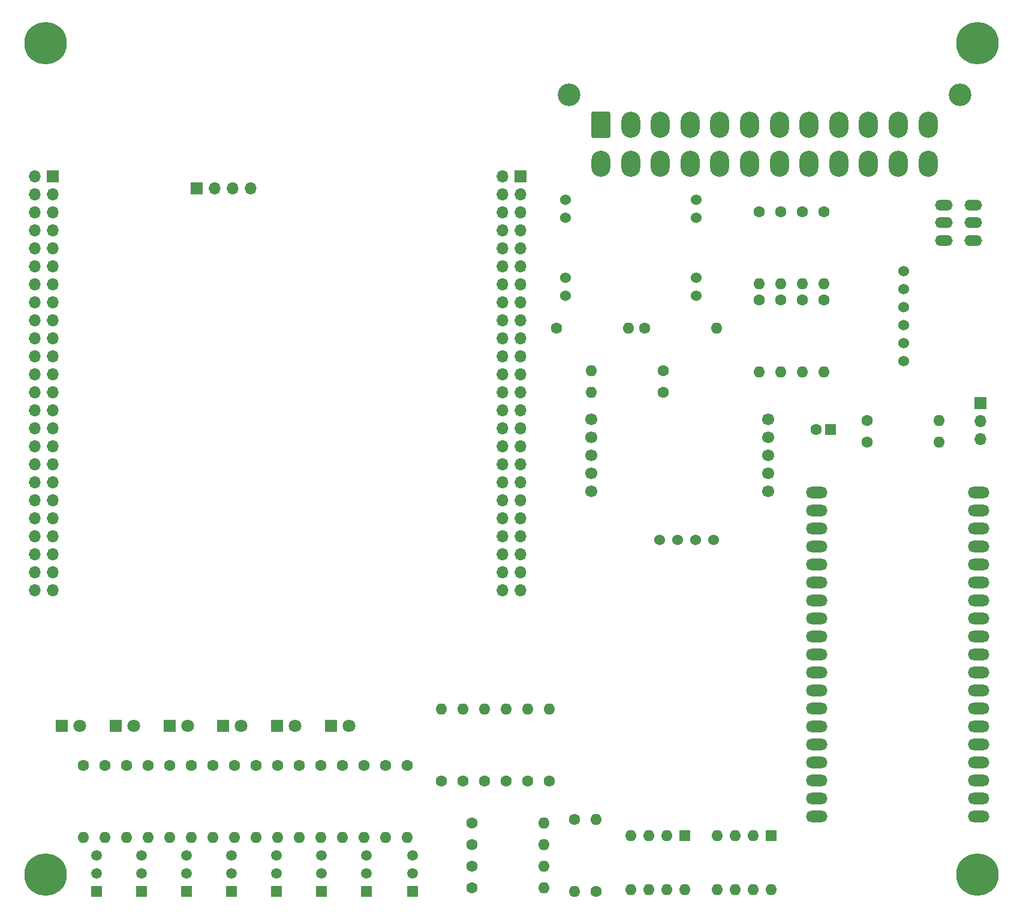
<source format=gbr>
%TF.GenerationSoftware,KiCad,Pcbnew,7.0.9*%
%TF.CreationDate,2024-01-02T14:00:46+09:00*%
%TF.ProjectId,TMA-1,544d412d-312e-46b6-9963-61645f706362,rev?*%
%TF.SameCoordinates,Original*%
%TF.FileFunction,Soldermask,Bot*%
%TF.FilePolarity,Negative*%
%FSLAX46Y46*%
G04 Gerber Fmt 4.6, Leading zero omitted, Abs format (unit mm)*
G04 Created by KiCad (PCBNEW 7.0.9) date 2024-01-02 14:00:46*
%MOMM*%
%LPD*%
G01*
G04 APERTURE LIST*
G04 Aperture macros list*
%AMRoundRect*
0 Rectangle with rounded corners*
0 $1 Rounding radius*
0 $2 $3 $4 $5 $6 $7 $8 $9 X,Y pos of 4 corners*
0 Add a 4 corners polygon primitive as box body*
4,1,4,$2,$3,$4,$5,$6,$7,$8,$9,$2,$3,0*
0 Add four circle primitives for the rounded corners*
1,1,$1+$1,$2,$3*
1,1,$1+$1,$4,$5*
1,1,$1+$1,$6,$7*
1,1,$1+$1,$8,$9*
0 Add four rect primitives between the rounded corners*
20,1,$1+$1,$2,$3,$4,$5,0*
20,1,$1+$1,$4,$5,$6,$7,0*
20,1,$1+$1,$6,$7,$8,$9,0*
20,1,$1+$1,$8,$9,$2,$3,0*%
G04 Aperture macros list end*
%ADD10O,3.048800X1.626400*%
%ADD11C,1.600000*%
%ADD12O,1.600000X1.600000*%
%ADD13R,1.500000X1.500000*%
%ADD14C,1.500000*%
%ADD15R,1.800000X1.800000*%
%ADD16C,1.800000*%
%ADD17C,1.524000*%
%ADD18R,1.600000X1.600000*%
%ADD19O,2.500000X1.500000*%
%ADD20C,6.000000*%
%ADD21C,1.700000*%
%ADD22C,3.200000*%
%ADD23RoundRect,0.250001X-1.099999X-1.599999X1.099999X-1.599999X1.099999X1.599999X-1.099999X1.599999X0*%
%ADD24O,2.700000X3.700000*%
%ADD25O,1.700000X1.700000*%
%ADD26R,1.700000X1.700000*%
G04 APERTURE END LIST*
D10*
%TO.C,U2*%
X210439000Y-144867000D03*
X210439000Y-142327000D03*
X210439000Y-111847000D03*
X187579000Y-144867000D03*
X187579000Y-129627000D03*
X187579000Y-111847000D03*
X187579000Y-109307000D03*
X187579000Y-114387000D03*
X187579000Y-122007000D03*
X187579000Y-99147000D03*
X187579000Y-101687000D03*
X187579000Y-104227000D03*
X210439000Y-106767000D03*
X210439000Y-104227000D03*
X210439000Y-101687000D03*
X210439000Y-114387000D03*
X210439000Y-109307000D03*
X210439000Y-116927000D03*
X187579000Y-106767000D03*
X187579000Y-116927000D03*
X187579000Y-119467000D03*
X187579000Y-124547000D03*
X187579000Y-127087000D03*
X187579000Y-132167000D03*
X187579000Y-139787000D03*
X187579000Y-142327000D03*
X210439000Y-124547000D03*
X210439000Y-122007000D03*
X210439000Y-119467000D03*
X210439000Y-129627000D03*
X210439000Y-127087000D03*
X210439000Y-134707000D03*
X210439000Y-132167000D03*
X210439000Y-139787000D03*
X210439000Y-137247000D03*
X187579000Y-134707000D03*
X187579000Y-137247000D03*
X210439000Y-99147000D03*
%TD*%
D11*
%TO.C,R6*%
X149860000Y-139827000D03*
D12*
X149860000Y-129667000D03*
%TD*%
D13*
%TO.C,Q5*%
X111306000Y-155448000D03*
D14*
X111306000Y-152908000D03*
X111306000Y-150368000D03*
%TD*%
D11*
%TO.C,R3*%
X140716000Y-139827000D03*
D12*
X140716000Y-129667000D03*
%TD*%
D11*
%TO.C,R4*%
X143764000Y-139827000D03*
D12*
X143764000Y-129667000D03*
%TD*%
D11*
%TO.C,R18*%
X117602000Y-137668000D03*
D12*
X117602000Y-147828000D03*
%TD*%
D15*
%TO.C,D4*%
X103826000Y-132080000D03*
D16*
X106366000Y-132080000D03*
%TD*%
D11*
%TO.C,R38*%
X138938000Y-154940000D03*
D12*
X149098000Y-154940000D03*
%TD*%
D11*
%TO.C,R19*%
X120650000Y-137668000D03*
D12*
X120650000Y-147828000D03*
%TD*%
D11*
%TO.C,R8*%
X87122000Y-137668000D03*
D12*
X87122000Y-147828000D03*
%TD*%
D11*
%TO.C,R42*%
X194691000Y-92035000D03*
D12*
X204851000Y-92035000D03*
%TD*%
D11*
%TO.C,R31*%
X188671200Y-59537600D03*
D12*
X188671200Y-69697600D03*
%TD*%
D11*
%TO.C,R32*%
X188671200Y-71983600D03*
D12*
X188671200Y-82143600D03*
%TD*%
D15*
%TO.C,D5*%
X111426000Y-132080000D03*
D16*
X113966000Y-132080000D03*
%TD*%
D11*
%TO.C,R37*%
X138938000Y-151892000D03*
D12*
X149098000Y-151892000D03*
%TD*%
D15*
%TO.C,D3*%
X96226000Y-132080000D03*
D16*
X98766000Y-132080000D03*
%TD*%
D11*
%TO.C,R17*%
X114554000Y-137668000D03*
D12*
X114554000Y-147828000D03*
%TD*%
D17*
%TO.C,U7*%
X165450000Y-105867000D03*
X167990000Y-105867000D03*
X170530000Y-105867000D03*
X173070000Y-105867000D03*
%TD*%
D11*
%TO.C,R29*%
X185623200Y-59537600D03*
D12*
X185623200Y-69697600D03*
%TD*%
D11*
%TO.C,R35*%
X153416000Y-145288000D03*
D12*
X153416000Y-155448000D03*
%TD*%
D11*
%TO.C,R9*%
X90170000Y-137668000D03*
D12*
X90170000Y-147828000D03*
%TD*%
D13*
%TO.C,Q6*%
X117656000Y-155448000D03*
D14*
X117656000Y-152908000D03*
X117656000Y-150368000D03*
%TD*%
D13*
%TO.C,Q7*%
X124058000Y-155448000D03*
D14*
X124058000Y-152908000D03*
X124058000Y-150368000D03*
%TD*%
D18*
%TO.C,U5*%
X181219000Y-147584000D03*
D12*
X178679000Y-147584000D03*
X176139000Y-147584000D03*
X173599000Y-147584000D03*
X173599000Y-155204000D03*
X176139000Y-155204000D03*
X178679000Y-155204000D03*
X181219000Y-155204000D03*
%TD*%
D11*
%TO.C,R27*%
X182575200Y-59537600D03*
D12*
X182575200Y-69697600D03*
%TD*%
D11*
%TO.C,R41*%
X194691000Y-88987000D03*
D12*
X204851000Y-88987000D03*
%TD*%
D19*
%TO.C,SW1*%
X205577000Y-63547000D03*
X205577000Y-58547000D03*
X205577000Y-61047000D03*
X209677000Y-63547000D03*
X209677000Y-58547000D03*
X209677000Y-61047000D03*
%TD*%
D11*
%TO.C,R14*%
X105410000Y-137668000D03*
D12*
X105410000Y-147828000D03*
%TD*%
D20*
%TO.C,REF\u002A\u002A*%
X78740000Y-35687000D03*
%TD*%
%TO.C,REF\u002A\u002A*%
X210312000Y-35687000D03*
%TD*%
D11*
%TO.C,R15*%
X108458000Y-137668000D03*
D12*
X108458000Y-147828000D03*
%TD*%
D11*
%TO.C,R24*%
X163322000Y-75946000D03*
D12*
X173482000Y-75946000D03*
%TD*%
D11*
%TO.C,R2*%
X137654000Y-139827000D03*
D12*
X137654000Y-129667000D03*
%TD*%
D17*
%TO.C,U8*%
X199898000Y-80623000D03*
X199898000Y-78083000D03*
X199898000Y-75543000D03*
X199898000Y-73003000D03*
X199898000Y-70463000D03*
X199898000Y-67923000D03*
%TD*%
D20*
%TO.C,REF\u002A\u002A*%
X210312000Y-153035000D03*
%TD*%
D11*
%TO.C,R11*%
X96266000Y-137668000D03*
D12*
X96266000Y-147828000D03*
%TD*%
D11*
%TO.C,R23*%
X150876000Y-75946000D03*
D12*
X161036000Y-75946000D03*
%TD*%
D11*
%TO.C,R21*%
X126746000Y-137668000D03*
D12*
X126746000Y-147828000D03*
%TD*%
D11*
%TO.C,R26*%
X179527200Y-71983600D03*
D12*
X179527200Y-82143600D03*
%TD*%
D13*
%TO.C,Q2*%
X92308000Y-155448000D03*
D14*
X92308000Y-152908000D03*
X92308000Y-150368000D03*
%TD*%
D11*
%TO.C,R13*%
X102362000Y-137668000D03*
D12*
X102362000Y-147828000D03*
%TD*%
D11*
%TO.C,R30*%
X185623200Y-71983600D03*
D12*
X185623200Y-82143600D03*
%TD*%
D11*
%TO.C,R33*%
X138938000Y-145796000D03*
D12*
X149098000Y-145796000D03*
%TD*%
D13*
%TO.C,Q3*%
X98658000Y-155448000D03*
D14*
X98658000Y-152908000D03*
X98658000Y-150368000D03*
%TD*%
D11*
%TO.C,R28*%
X182575200Y-71983600D03*
D12*
X182575200Y-82143600D03*
%TD*%
D11*
%TO.C,R5*%
X146812000Y-139827000D03*
D12*
X146812000Y-129667000D03*
%TD*%
D11*
%TO.C,R40*%
X165959000Y-81915000D03*
D12*
X155799000Y-81915000D03*
%TD*%
D13*
%TO.C,Q8*%
X130512000Y-155448000D03*
D14*
X130512000Y-152908000D03*
X130512000Y-150368000D03*
%TD*%
D11*
%TO.C,R36*%
X156464000Y-155448000D03*
D12*
X156464000Y-145288000D03*
%TD*%
D11*
%TO.C,R25*%
X179527200Y-59537600D03*
D12*
X179527200Y-69697600D03*
%TD*%
D11*
%TO.C,R10*%
X93218000Y-137668000D03*
D12*
X93218000Y-147828000D03*
%TD*%
D21*
%TO.C,U6*%
X180775000Y-91313000D03*
X180775000Y-93853000D03*
X180775000Y-96393000D03*
X180775000Y-98933000D03*
X155775000Y-98933000D03*
X155775000Y-96393000D03*
X155775000Y-93853000D03*
X155775000Y-91313000D03*
X155775000Y-88773000D03*
X180775000Y-88773000D03*
%TD*%
D15*
%TO.C,D2*%
X88626000Y-132080000D03*
D16*
X91166000Y-132080000D03*
%TD*%
D15*
%TO.C,D1*%
X81026000Y-132080000D03*
D16*
X83566000Y-132080000D03*
%TD*%
D22*
%TO.C,J1*%
X152636000Y-43044000D03*
X207836000Y-43044000D03*
D23*
X157136000Y-47244000D03*
D24*
X161336000Y-47244000D03*
X165536000Y-47244000D03*
X169736000Y-47244000D03*
X173936000Y-47244000D03*
X178136000Y-47244000D03*
X182336000Y-47244000D03*
X186536000Y-47244000D03*
X190736000Y-47244000D03*
X194936000Y-47244000D03*
X199136000Y-47244000D03*
X203336000Y-47244000D03*
X157136000Y-52744000D03*
X161336000Y-52744000D03*
X165536000Y-52744000D03*
X169736000Y-52744000D03*
X173936000Y-52744000D03*
X178136000Y-52744000D03*
X182336000Y-52744000D03*
X186536000Y-52744000D03*
X190736000Y-52744000D03*
X194936000Y-52744000D03*
X199136000Y-52744000D03*
X203336000Y-52744000D03*
%TD*%
D18*
%TO.C,U4*%
X169027000Y-147584000D03*
D12*
X166487000Y-147584000D03*
X163947000Y-147584000D03*
X161407000Y-147584000D03*
X161407000Y-155204000D03*
X163947000Y-155204000D03*
X166487000Y-155204000D03*
X169027000Y-155204000D03*
%TD*%
D11*
%TO.C,R1*%
X134620000Y-139827000D03*
D12*
X134620000Y-129667000D03*
%TD*%
D11*
%TO.C,R39*%
X165959000Y-84963000D03*
D12*
X155799000Y-84963000D03*
%TD*%
D11*
%TO.C,R20*%
X123698000Y-137668000D03*
D12*
X123698000Y-147828000D03*
%TD*%
D17*
%TO.C,U3*%
X170606000Y-57848500D03*
X170606000Y-60388500D03*
X170606000Y-68788500D03*
X170606000Y-71328500D03*
X152146000Y-57848500D03*
X152146000Y-60388500D03*
X152146000Y-68788500D03*
X152146000Y-71328500D03*
%TD*%
D13*
%TO.C,Q4*%
X105008000Y-155448000D03*
D14*
X105008000Y-152908000D03*
X105008000Y-150368000D03*
%TD*%
D18*
%TO.C,C1*%
X189550113Y-90257000D03*
D11*
X187550113Y-90257000D03*
%TD*%
%TO.C,R22*%
X129794000Y-137668000D03*
D12*
X129794000Y-147828000D03*
%TD*%
D20*
%TO.C,REF\u002A\u002A*%
X78740000Y-153035000D03*
%TD*%
D15*
%TO.C,D6*%
X119026000Y-132080000D03*
D16*
X121566000Y-132080000D03*
%TD*%
D11*
%TO.C,R16*%
X111506000Y-137668000D03*
D12*
X111506000Y-147828000D03*
%TD*%
D25*
%TO.C,U1*%
X79756000Y-62103000D03*
X145798200Y-74803000D03*
X143258200Y-74803000D03*
X145798200Y-77343000D03*
X143258200Y-77343000D03*
X145798200Y-82423000D03*
X143258200Y-82423000D03*
X145798200Y-84963000D03*
X143258200Y-84963000D03*
X143258200Y-92583000D03*
X143258200Y-100203000D03*
X145798200Y-102743000D03*
X143258200Y-102743000D03*
X145798200Y-105283000D03*
X143258200Y-105283000D03*
X145798200Y-107823000D03*
X143258200Y-107823000D03*
X145798200Y-110363000D03*
X79756000Y-112903000D03*
X77216000Y-110363000D03*
X79756000Y-110363000D03*
X77216000Y-107823000D03*
X79756000Y-107823000D03*
X77216000Y-105283000D03*
X79756000Y-105283000D03*
X77216000Y-102743000D03*
X79756000Y-102743000D03*
X77216000Y-100203000D03*
X77216000Y-97663000D03*
X79756000Y-97663000D03*
X77216000Y-95123000D03*
X79756000Y-95123000D03*
X79756000Y-90043000D03*
X77216000Y-87503000D03*
X77216000Y-84963000D03*
X79756000Y-84963000D03*
X79756000Y-79883000D03*
X77216000Y-77343000D03*
X77216000Y-72263000D03*
X79756000Y-72263000D03*
X79756000Y-59563000D03*
X77216000Y-69723000D03*
X145798200Y-59563000D03*
D26*
X100076000Y-56255500D03*
D25*
X102616000Y-56255500D03*
X105156000Y-56255500D03*
X107696000Y-56255500D03*
X77216000Y-57023000D03*
X77216000Y-59563000D03*
X77216000Y-62103000D03*
X77216000Y-64643000D03*
X77216000Y-67183000D03*
X77216000Y-74803000D03*
X77216000Y-79883000D03*
X77216000Y-82423000D03*
X77216000Y-90043000D03*
X77216000Y-92583000D03*
X77216000Y-112903000D03*
D26*
X79756000Y-54483000D03*
D25*
X79756000Y-57023000D03*
X79756000Y-64643000D03*
X79756000Y-67183000D03*
X79756000Y-69723000D03*
X79756000Y-74803000D03*
X79756000Y-77343000D03*
X79756000Y-82423000D03*
X79756000Y-87503000D03*
X79756000Y-92583000D03*
X79756000Y-100203000D03*
X143258200Y-54483000D03*
X143258200Y-57023000D03*
X143258200Y-59563000D03*
X143258200Y-62103000D03*
X143258200Y-64643000D03*
X143258200Y-67183000D03*
X143258200Y-69723000D03*
X143258200Y-72263000D03*
X143258200Y-79883000D03*
X143258200Y-87503000D03*
X143258200Y-90043000D03*
X143258200Y-95123000D03*
X143258200Y-97663000D03*
X143258200Y-110363000D03*
X143258200Y-112903000D03*
X145798200Y-57023000D03*
X145798200Y-62103000D03*
X145798200Y-64643000D03*
X145798200Y-67183000D03*
X145798200Y-69723000D03*
X145798200Y-72263000D03*
X145798200Y-79883000D03*
X145798200Y-87503000D03*
X145798200Y-90043000D03*
X145798200Y-92583000D03*
X145798200Y-95123000D03*
X145798200Y-97663000D03*
X145798200Y-100203000D03*
X145798200Y-112903000D03*
X77216000Y-54483000D03*
D26*
X145798200Y-54483000D03*
%TD*%
D11*
%TO.C,R34*%
X138938000Y-148844000D03*
D12*
X149098000Y-148844000D03*
%TD*%
D11*
%TO.C,R7*%
X84074000Y-137668000D03*
D12*
X84074000Y-147828000D03*
%TD*%
D26*
%TO.C,J2*%
X210693000Y-86487000D03*
D25*
X210693000Y-89027000D03*
X210693000Y-91567000D03*
%TD*%
D11*
%TO.C,R12*%
X99314000Y-137668000D03*
D12*
X99314000Y-147828000D03*
%TD*%
D13*
%TO.C,Q1*%
X85958000Y-155448000D03*
D14*
X85958000Y-152908000D03*
X85958000Y-150368000D03*
%TD*%
M02*

</source>
